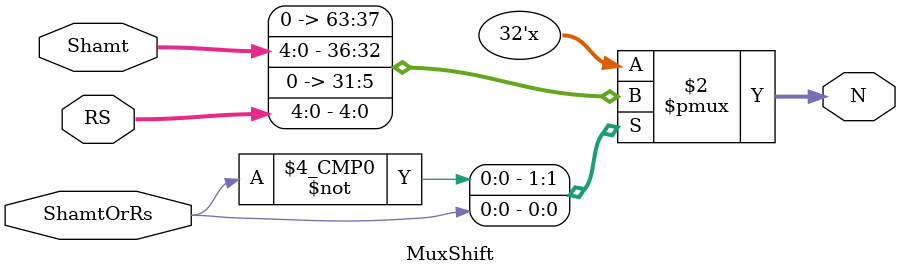
<source format=sv>
module MuxShift
(
	input logic [4:0] Shamt, 
	input logic [31:0] RS,
	input logic ShamtOrRs,
	output logic [31:0] N
);

always_comb
	begin
		case (ShamtOrRs)
		1'b0: N <= Shamt;
		1'b1: N <= RS[4:0];
		endcase
	end
 
endmodule: MuxShift
</source>
